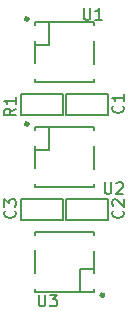
<source format=gto>
G04 #@! TF.GenerationSoftware,KiCad,Pcbnew,5.0.0-fee4fd1~65~ubuntu17.10.1*
G04 #@! TF.CreationDate,2018-08-22T05:19:30-04:00*
G04 #@! TF.ProjectId,rgb-lamp,7267622D6C616D702E6B696361645F70,rev?*
G04 #@! TF.SameCoordinates,Original*
G04 #@! TF.FileFunction,Legend,Top*
G04 #@! TF.FilePolarity,Positive*
%FSLAX46Y46*%
G04 Gerber Fmt 4.6, Leading zero omitted, Abs format (unit mm)*
G04 Created by KiCad (PCBNEW 5.0.0-fee4fd1~65~ubuntu17.10.1) date Wed Aug 22 05:19:30 2018*
%MOMM*%
%LPD*%
G01*
G04 APERTURE LIST*
%ADD10C,0.180000*%
%ADD11C,0.300000*%
G04 APERTURE END LIST*
D10*
G04 #@! TO.C,U1*
X116880000Y-80680000D02*
X118080000Y-80680000D01*
X118080000Y-80680000D02*
X118080000Y-78780000D01*
D11*
X116280000Y-78480000D02*
G75*
G03X116280000Y-78480000I-100000J0D01*
G01*
D10*
X116880000Y-83580000D02*
X116880000Y-83780000D01*
X116880000Y-83780000D02*
X121880000Y-83780000D01*
X121880000Y-83780000D02*
X121880000Y-83580000D01*
X116880000Y-80380000D02*
X116880000Y-82180000D01*
X121880000Y-78780000D02*
X116880000Y-78780000D01*
X116880000Y-78780000D02*
X116880000Y-78980000D01*
X121880000Y-78780000D02*
X121880000Y-78980000D01*
X121880000Y-82280000D02*
X121880000Y-80380000D01*
G04 #@! TO.C,U2*
X116880000Y-89570000D02*
X118080000Y-89570000D01*
X118080000Y-89570000D02*
X118080000Y-87670000D01*
D11*
X116280000Y-87370000D02*
G75*
G03X116280000Y-87370000I-100000J0D01*
G01*
D10*
X116880000Y-92470000D02*
X116880000Y-92670000D01*
X116880000Y-92670000D02*
X121880000Y-92670000D01*
X121880000Y-92670000D02*
X121880000Y-92470000D01*
X116880000Y-89270000D02*
X116880000Y-91070000D01*
X121880000Y-87670000D02*
X116880000Y-87670000D01*
X116880000Y-87670000D02*
X116880000Y-87870000D01*
X121880000Y-87670000D02*
X121880000Y-87870000D01*
X121880000Y-91170000D02*
X121880000Y-89270000D01*
G04 #@! TO.C,U3*
X121880000Y-99660000D02*
X120680000Y-99660000D01*
X120680000Y-99660000D02*
X120680000Y-101560000D01*
D11*
X122680000Y-101860000D02*
G75*
G03X122680000Y-101860000I-100000J0D01*
G01*
D10*
X121880000Y-96760000D02*
X121880000Y-96560000D01*
X121880000Y-96560000D02*
X116880000Y-96560000D01*
X116880000Y-96560000D02*
X116880000Y-96760000D01*
X121880000Y-99960000D02*
X121880000Y-98160000D01*
X116880000Y-101560000D02*
X121880000Y-101560000D01*
X121880000Y-101560000D02*
X121880000Y-101360000D01*
X116880000Y-101560000D02*
X116880000Y-101360000D01*
X116880000Y-98060000D02*
X116880000Y-99960000D01*
G04 #@! TO.C,C1*
X119507000Y-84836000D02*
X123063000Y-84836000D01*
X123063000Y-84836000D02*
X123063000Y-86614000D01*
X123063000Y-86614000D02*
X119507000Y-86614000D01*
X119507000Y-86614000D02*
X119507000Y-84836000D01*
G04 #@! TO.C,C2*
X123063000Y-95504000D02*
X119507000Y-95504000D01*
X119507000Y-95504000D02*
X119507000Y-93726000D01*
X119507000Y-93726000D02*
X123063000Y-93726000D01*
X123063000Y-93726000D02*
X123063000Y-95504000D01*
G04 #@! TO.C,C3*
X115697000Y-93726000D02*
X119253000Y-93726000D01*
X119253000Y-93726000D02*
X119253000Y-95504000D01*
X119253000Y-95504000D02*
X115697000Y-95504000D01*
X115697000Y-95504000D02*
X115697000Y-93726000D01*
G04 #@! TO.C,R1*
X119253000Y-86614000D02*
X115697000Y-86614000D01*
X115697000Y-86614000D02*
X115697000Y-84836000D01*
X115697000Y-84836000D02*
X119253000Y-84836000D01*
X119253000Y-84836000D02*
X119253000Y-86614000D01*
G04 #@! TO.C,U1*
X121005095Y-77565380D02*
X121005095Y-78374904D01*
X121052714Y-78470142D01*
X121100333Y-78517761D01*
X121195571Y-78565380D01*
X121386047Y-78565380D01*
X121481285Y-78517761D01*
X121528904Y-78470142D01*
X121576523Y-78374904D01*
X121576523Y-77565380D01*
X122576523Y-78565380D02*
X122005095Y-78565380D01*
X122290809Y-78565380D02*
X122290809Y-77565380D01*
X122195571Y-77708238D01*
X122100333Y-77803476D01*
X122005095Y-77851095D01*
G04 #@! TO.C,U2*
X122783095Y-92297380D02*
X122783095Y-93106904D01*
X122830714Y-93202142D01*
X122878333Y-93249761D01*
X122973571Y-93297380D01*
X123164047Y-93297380D01*
X123259285Y-93249761D01*
X123306904Y-93202142D01*
X123354523Y-93106904D01*
X123354523Y-92297380D01*
X123783095Y-92392619D02*
X123830714Y-92345000D01*
X123925952Y-92297380D01*
X124164047Y-92297380D01*
X124259285Y-92345000D01*
X124306904Y-92392619D01*
X124354523Y-92487857D01*
X124354523Y-92583095D01*
X124306904Y-92725952D01*
X123735476Y-93297380D01*
X124354523Y-93297380D01*
G04 #@! TO.C,U3*
X117195095Y-101822380D02*
X117195095Y-102631904D01*
X117242714Y-102727142D01*
X117290333Y-102774761D01*
X117385571Y-102822380D01*
X117576047Y-102822380D01*
X117671285Y-102774761D01*
X117718904Y-102727142D01*
X117766523Y-102631904D01*
X117766523Y-101822380D01*
X118147476Y-101822380D02*
X118766523Y-101822380D01*
X118433190Y-102203333D01*
X118576047Y-102203333D01*
X118671285Y-102250952D01*
X118718904Y-102298571D01*
X118766523Y-102393809D01*
X118766523Y-102631904D01*
X118718904Y-102727142D01*
X118671285Y-102774761D01*
X118576047Y-102822380D01*
X118290333Y-102822380D01*
X118195095Y-102774761D01*
X118147476Y-102727142D01*
G04 #@! TO.C,C1*
X124317142Y-85814476D02*
X124364761Y-85862095D01*
X124412380Y-86004952D01*
X124412380Y-86100190D01*
X124364761Y-86243047D01*
X124269523Y-86338285D01*
X124174285Y-86385904D01*
X123983809Y-86433523D01*
X123840952Y-86433523D01*
X123650476Y-86385904D01*
X123555238Y-86338285D01*
X123460000Y-86243047D01*
X123412380Y-86100190D01*
X123412380Y-86004952D01*
X123460000Y-85862095D01*
X123507619Y-85814476D01*
X124412380Y-84862095D02*
X124412380Y-85433523D01*
X124412380Y-85147809D02*
X123412380Y-85147809D01*
X123555238Y-85243047D01*
X123650476Y-85338285D01*
X123698095Y-85433523D01*
G04 #@! TO.C,C2*
X124317142Y-94704476D02*
X124364761Y-94752095D01*
X124412380Y-94894952D01*
X124412380Y-94990190D01*
X124364761Y-95133047D01*
X124269523Y-95228285D01*
X124174285Y-95275904D01*
X123983809Y-95323523D01*
X123840952Y-95323523D01*
X123650476Y-95275904D01*
X123555238Y-95228285D01*
X123460000Y-95133047D01*
X123412380Y-94990190D01*
X123412380Y-94894952D01*
X123460000Y-94752095D01*
X123507619Y-94704476D01*
X123507619Y-94323523D02*
X123460000Y-94275904D01*
X123412380Y-94180666D01*
X123412380Y-93942571D01*
X123460000Y-93847333D01*
X123507619Y-93799714D01*
X123602857Y-93752095D01*
X123698095Y-93752095D01*
X123840952Y-93799714D01*
X124412380Y-94371142D01*
X124412380Y-93752095D01*
G04 #@! TO.C,C3*
X115173142Y-94704476D02*
X115220761Y-94752095D01*
X115268380Y-94894952D01*
X115268380Y-94990190D01*
X115220761Y-95133047D01*
X115125523Y-95228285D01*
X115030285Y-95275904D01*
X114839809Y-95323523D01*
X114696952Y-95323523D01*
X114506476Y-95275904D01*
X114411238Y-95228285D01*
X114316000Y-95133047D01*
X114268380Y-94990190D01*
X114268380Y-94894952D01*
X114316000Y-94752095D01*
X114363619Y-94704476D01*
X114268380Y-94371142D02*
X114268380Y-93752095D01*
X114649333Y-94085428D01*
X114649333Y-93942571D01*
X114696952Y-93847333D01*
X114744571Y-93799714D01*
X114839809Y-93752095D01*
X115077904Y-93752095D01*
X115173142Y-93799714D01*
X115220761Y-93847333D01*
X115268380Y-93942571D01*
X115268380Y-94228285D01*
X115220761Y-94323523D01*
X115173142Y-94371142D01*
G04 #@! TO.C,R1*
X115268380Y-86068476D02*
X114792190Y-86401809D01*
X115268380Y-86639904D02*
X114268380Y-86639904D01*
X114268380Y-86258952D01*
X114316000Y-86163714D01*
X114363619Y-86116095D01*
X114458857Y-86068476D01*
X114601714Y-86068476D01*
X114696952Y-86116095D01*
X114744571Y-86163714D01*
X114792190Y-86258952D01*
X114792190Y-86639904D01*
X115268380Y-85116095D02*
X115268380Y-85687523D01*
X115268380Y-85401809D02*
X114268380Y-85401809D01*
X114411238Y-85497047D01*
X114506476Y-85592285D01*
X114554095Y-85687523D01*
G04 #@! TD*
M02*

</source>
